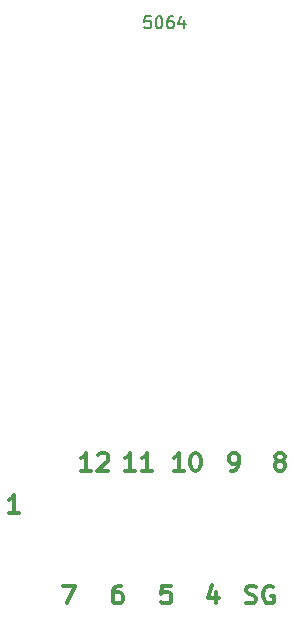
<source format=gbr>
G04 #@! TF.GenerationSoftware,KiCad,Pcbnew,(5.1.4)-1*
G04 #@! TF.CreationDate,2022-10-24T09:46:24-04:00*
G04 #@! TF.ProjectId,CR23 adapter,43523233-2061-4646-9170-7465722e6b69,rev?*
G04 #@! TF.SameCoordinates,Original*
G04 #@! TF.FileFunction,Legend,Top*
G04 #@! TF.FilePolarity,Positive*
%FSLAX46Y46*%
G04 Gerber Fmt 4.6, Leading zero omitted, Abs format (unit mm)*
G04 Created by KiCad (PCBNEW (5.1.4)-1) date 2022-10-24 09:46:24*
%MOMM*%
%LPD*%
G04 APERTURE LIST*
%ADD10C,0.300000*%
%ADD11C,0.150000*%
G04 APERTURE END LIST*
D10*
X108827142Y-114831428D02*
X108684285Y-114760000D01*
X108612857Y-114688571D01*
X108541428Y-114545714D01*
X108541428Y-114474285D01*
X108612857Y-114331428D01*
X108684285Y-114260000D01*
X108827142Y-114188571D01*
X109112857Y-114188571D01*
X109255714Y-114260000D01*
X109327142Y-114331428D01*
X109398571Y-114474285D01*
X109398571Y-114545714D01*
X109327142Y-114688571D01*
X109255714Y-114760000D01*
X109112857Y-114831428D01*
X108827142Y-114831428D01*
X108684285Y-114902857D01*
X108612857Y-114974285D01*
X108541428Y-115117142D01*
X108541428Y-115402857D01*
X108612857Y-115545714D01*
X108684285Y-115617142D01*
X108827142Y-115688571D01*
X109112857Y-115688571D01*
X109255714Y-115617142D01*
X109327142Y-115545714D01*
X109398571Y-115402857D01*
X109398571Y-115117142D01*
X109327142Y-114974285D01*
X109255714Y-114902857D01*
X109112857Y-114831428D01*
X104774285Y-115688571D02*
X105060000Y-115688571D01*
X105202857Y-115617142D01*
X105274285Y-115545714D01*
X105417142Y-115331428D01*
X105488571Y-115045714D01*
X105488571Y-114474285D01*
X105417142Y-114331428D01*
X105345714Y-114260000D01*
X105202857Y-114188571D01*
X104917142Y-114188571D01*
X104774285Y-114260000D01*
X104702857Y-114331428D01*
X104631428Y-114474285D01*
X104631428Y-114831428D01*
X104702857Y-114974285D01*
X104774285Y-115045714D01*
X104917142Y-115117142D01*
X105202857Y-115117142D01*
X105345714Y-115045714D01*
X105417142Y-114974285D01*
X105488571Y-114831428D01*
X100814285Y-115688571D02*
X99957142Y-115688571D01*
X100385714Y-115688571D02*
X100385714Y-114188571D01*
X100242857Y-114402857D01*
X100100000Y-114545714D01*
X99957142Y-114617142D01*
X101742857Y-114188571D02*
X101885714Y-114188571D01*
X102028571Y-114260000D01*
X102100000Y-114331428D01*
X102171428Y-114474285D01*
X102242857Y-114760000D01*
X102242857Y-115117142D01*
X102171428Y-115402857D01*
X102100000Y-115545714D01*
X102028571Y-115617142D01*
X101885714Y-115688571D01*
X101742857Y-115688571D01*
X101600000Y-115617142D01*
X101528571Y-115545714D01*
X101457142Y-115402857D01*
X101385714Y-115117142D01*
X101385714Y-114760000D01*
X101457142Y-114474285D01*
X101528571Y-114331428D01*
X101600000Y-114260000D01*
X101742857Y-114188571D01*
X96724285Y-115688571D02*
X95867142Y-115688571D01*
X96295714Y-115688571D02*
X96295714Y-114188571D01*
X96152857Y-114402857D01*
X96010000Y-114545714D01*
X95867142Y-114617142D01*
X98152857Y-115688571D02*
X97295714Y-115688571D01*
X97724285Y-115688571D02*
X97724285Y-114188571D01*
X97581428Y-114402857D01*
X97438571Y-114545714D01*
X97295714Y-114617142D01*
X93004285Y-115688571D02*
X92147142Y-115688571D01*
X92575714Y-115688571D02*
X92575714Y-114188571D01*
X92432857Y-114402857D01*
X92290000Y-114545714D01*
X92147142Y-114617142D01*
X93575714Y-114331428D02*
X93647142Y-114260000D01*
X93790000Y-114188571D01*
X94147142Y-114188571D01*
X94290000Y-114260000D01*
X94361428Y-114331428D01*
X94432857Y-114474285D01*
X94432857Y-114617142D01*
X94361428Y-114831428D01*
X93504285Y-115688571D01*
X94432857Y-115688571D01*
X86858571Y-119258571D02*
X86001428Y-119258571D01*
X86430000Y-119258571D02*
X86430000Y-117758571D01*
X86287142Y-117972857D01*
X86144285Y-118115714D01*
X86001428Y-118187142D01*
X106091428Y-126847142D02*
X106305714Y-126918571D01*
X106662857Y-126918571D01*
X106805714Y-126847142D01*
X106877142Y-126775714D01*
X106948571Y-126632857D01*
X106948571Y-126490000D01*
X106877142Y-126347142D01*
X106805714Y-126275714D01*
X106662857Y-126204285D01*
X106377142Y-126132857D01*
X106234285Y-126061428D01*
X106162857Y-125990000D01*
X106091428Y-125847142D01*
X106091428Y-125704285D01*
X106162857Y-125561428D01*
X106234285Y-125490000D01*
X106377142Y-125418571D01*
X106734285Y-125418571D01*
X106948571Y-125490000D01*
X108377142Y-125490000D02*
X108234285Y-125418571D01*
X108020000Y-125418571D01*
X107805714Y-125490000D01*
X107662857Y-125632857D01*
X107591428Y-125775714D01*
X107520000Y-126061428D01*
X107520000Y-126275714D01*
X107591428Y-126561428D01*
X107662857Y-126704285D01*
X107805714Y-126847142D01*
X108020000Y-126918571D01*
X108162857Y-126918571D01*
X108377142Y-126847142D01*
X108448571Y-126775714D01*
X108448571Y-126275714D01*
X108162857Y-126275714D01*
X103565714Y-125918571D02*
X103565714Y-126918571D01*
X103208571Y-125347142D02*
X102851428Y-126418571D01*
X103780000Y-126418571D01*
X99697142Y-125418571D02*
X98982857Y-125418571D01*
X98911428Y-126132857D01*
X98982857Y-126061428D01*
X99125714Y-125990000D01*
X99482857Y-125990000D01*
X99625714Y-126061428D01*
X99697142Y-126132857D01*
X99768571Y-126275714D01*
X99768571Y-126632857D01*
X99697142Y-126775714D01*
X99625714Y-126847142D01*
X99482857Y-126918571D01*
X99125714Y-126918571D01*
X98982857Y-126847142D01*
X98911428Y-126775714D01*
X95505714Y-125418571D02*
X95220000Y-125418571D01*
X95077142Y-125490000D01*
X95005714Y-125561428D01*
X94862857Y-125775714D01*
X94791428Y-126061428D01*
X94791428Y-126632857D01*
X94862857Y-126775714D01*
X94934285Y-126847142D01*
X95077142Y-126918571D01*
X95362857Y-126918571D01*
X95505714Y-126847142D01*
X95577142Y-126775714D01*
X95648571Y-126632857D01*
X95648571Y-126275714D01*
X95577142Y-126132857D01*
X95505714Y-126061428D01*
X95362857Y-125990000D01*
X95077142Y-125990000D01*
X94934285Y-126061428D01*
X94862857Y-126132857D01*
X94791428Y-126275714D01*
X90570000Y-125418571D02*
X91570000Y-125418571D01*
X90927142Y-126918571D01*
D11*
X98016063Y-77212380D02*
X97539873Y-77212380D01*
X97492254Y-77688571D01*
X97539873Y-77640952D01*
X97635111Y-77593333D01*
X97873206Y-77593333D01*
X97968444Y-77640952D01*
X98016063Y-77688571D01*
X98063682Y-77783809D01*
X98063682Y-78021904D01*
X98016063Y-78117142D01*
X97968444Y-78164761D01*
X97873206Y-78212380D01*
X97635111Y-78212380D01*
X97539873Y-78164761D01*
X97492254Y-78117142D01*
X98682730Y-77212380D02*
X98777968Y-77212380D01*
X98873206Y-77260000D01*
X98920825Y-77307619D01*
X98968444Y-77402857D01*
X99016063Y-77593333D01*
X99016063Y-77831428D01*
X98968444Y-78021904D01*
X98920825Y-78117142D01*
X98873206Y-78164761D01*
X98777968Y-78212380D01*
X98682730Y-78212380D01*
X98587492Y-78164761D01*
X98539873Y-78117142D01*
X98492254Y-78021904D01*
X98444635Y-77831428D01*
X98444635Y-77593333D01*
X98492254Y-77402857D01*
X98539873Y-77307619D01*
X98587492Y-77260000D01*
X98682730Y-77212380D01*
X99873206Y-77212380D02*
X99682730Y-77212380D01*
X99587492Y-77260000D01*
X99539873Y-77307619D01*
X99444635Y-77450476D01*
X99397016Y-77640952D01*
X99397016Y-78021904D01*
X99444635Y-78117142D01*
X99492254Y-78164761D01*
X99587492Y-78212380D01*
X99777968Y-78212380D01*
X99873206Y-78164761D01*
X99920825Y-78117142D01*
X99968444Y-78021904D01*
X99968444Y-77783809D01*
X99920825Y-77688571D01*
X99873206Y-77640952D01*
X99777968Y-77593333D01*
X99587492Y-77593333D01*
X99492254Y-77640952D01*
X99444635Y-77688571D01*
X99397016Y-77783809D01*
X100825587Y-77545714D02*
X100825587Y-78212380D01*
X100587492Y-77164761D02*
X100349397Y-77879047D01*
X100968444Y-77879047D01*
M02*

</source>
